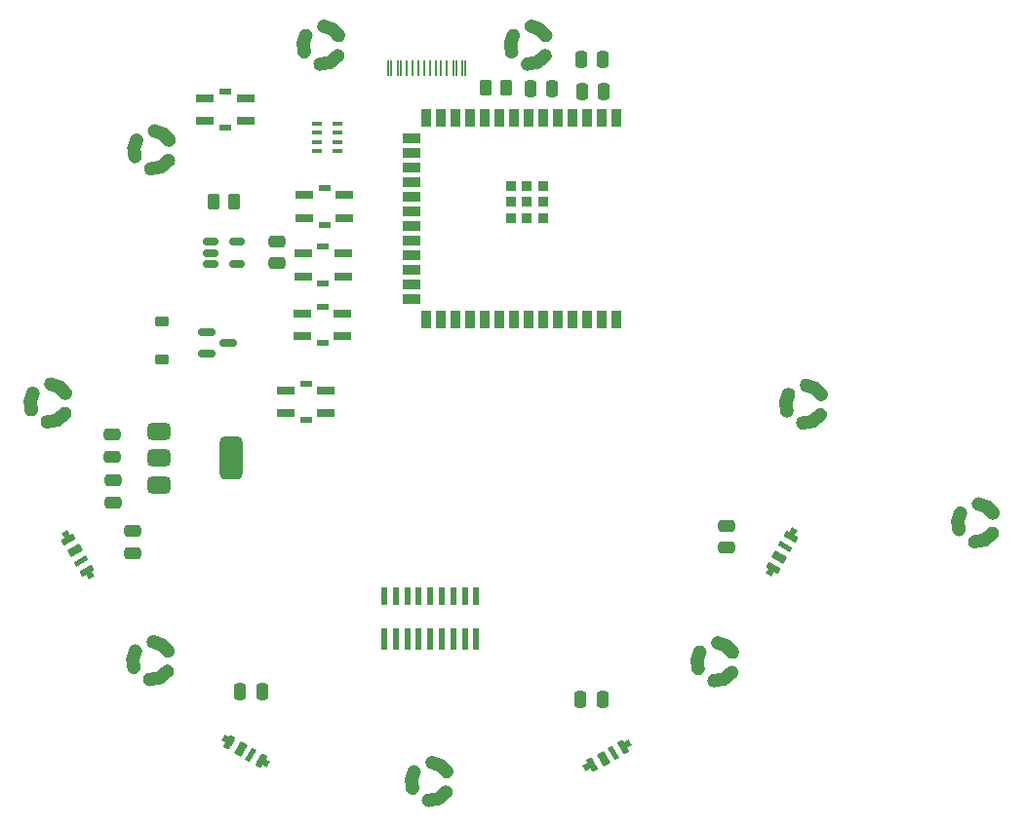
<source format=gbr>
%TF.GenerationSoftware,KiCad,Pcbnew,8.0.0*%
%TF.CreationDate,2024-05-31T15:26:32-05:00*%
%TF.ProjectId,GaussMouse,47617573-734d-46f7-9573-652e6b696361,rev?*%
%TF.SameCoordinates,Original*%
%TF.FileFunction,Paste,Top*%
%TF.FilePolarity,Positive*%
%FSLAX46Y46*%
G04 Gerber Fmt 4.6, Leading zero omitted, Abs format (unit mm)*
G04 Created by KiCad (PCBNEW 8.0.0) date 2024-05-31 15:26:32*
%MOMM*%
%LPD*%
G01*
G04 APERTURE LIST*
G04 Aperture macros list*
%AMRoundRect*
0 Rectangle with rounded corners*
0 $1 Rounding radius*
0 $2 $3 $4 $5 $6 $7 $8 $9 X,Y pos of 4 corners*
0 Add a 4 corners polygon primitive as box body*
4,1,4,$2,$3,$4,$5,$6,$7,$8,$9,$2,$3,0*
0 Add four circle primitives for the rounded corners*
1,1,$1+$1,$2,$3*
1,1,$1+$1,$4,$5*
1,1,$1+$1,$6,$7*
1,1,$1+$1,$8,$9*
0 Add four rect primitives between the rounded corners*
20,1,$1+$1,$2,$3,$4,$5,0*
20,1,$1+$1,$4,$5,$6,$7,0*
20,1,$1+$1,$6,$7,$8,$9,0*
20,1,$1+$1,$8,$9,$2,$3,0*%
%AMRotRect*
0 Rectangle, with rotation*
0 The origin of the aperture is its center*
0 $1 length*
0 $2 width*
0 $3 Rotation angle, in degrees counterclockwise*
0 Add horizontal line*
21,1,$1,$2,0,0,$3*%
G04 Aperture macros list end*
%ADD10C,1.200000*%
%ADD11R,1.000000X0.500000*%
%ADD12R,1.500000X0.800000*%
%ADD13RotRect,1.000000X0.550000X30.000000*%
%ADD14RotRect,0.550000X1.200000X30.000000*%
%ADD15RotRect,0.700000X1.200000X30.000000*%
%ADD16RotRect,0.450000X1.200000X30.000000*%
%ADD17RoundRect,0.250000X-0.250000X-0.475000X0.250000X-0.475000X0.250000X0.475000X-0.250000X0.475000X0*%
%ADD18RotRect,1.000000X0.550000X300.000000*%
%ADD19RotRect,0.550000X1.200000X300.000000*%
%ADD20RotRect,0.700000X1.200000X300.000000*%
%ADD21RotRect,0.450000X1.200000X300.000000*%
%ADD22RoundRect,0.375000X-0.625000X-0.375000X0.625000X-0.375000X0.625000X0.375000X-0.625000X0.375000X0*%
%ADD23RoundRect,0.500000X-0.500000X-1.400000X0.500000X-1.400000X0.500000X1.400000X-0.500000X1.400000X0*%
%ADD24RotRect,1.000000X0.550000X330.000000*%
%ADD25RotRect,0.550000X1.200000X330.000000*%
%ADD26RotRect,0.700000X1.200000X330.000000*%
%ADD27RotRect,0.450000X1.200000X330.000000*%
%ADD28RoundRect,0.250000X-0.262500X-0.450000X0.262500X-0.450000X0.262500X0.450000X-0.262500X0.450000X0*%
%ADD29RoundRect,0.250000X0.250000X0.475000X-0.250000X0.475000X-0.250000X-0.475000X0.250000X-0.475000X0*%
%ADD30RoundRect,0.150000X-0.587500X-0.150000X0.587500X-0.150000X0.587500X0.150000X-0.587500X0.150000X0*%
%ADD31R,0.250000X1.400000*%
%ADD32RoundRect,0.225000X0.375000X-0.225000X0.375000X0.225000X-0.375000X0.225000X-0.375000X-0.225000X0*%
%ADD33RoundRect,0.250000X0.475000X-0.250000X0.475000X0.250000X-0.475000X0.250000X-0.475000X-0.250000X0*%
%ADD34R,0.900000X0.400000*%
%ADD35RoundRect,0.150000X-0.512500X-0.150000X0.512500X-0.150000X0.512500X0.150000X-0.512500X0.150000X0*%
%ADD36RoundRect,0.250000X0.262500X0.450000X-0.262500X0.450000X-0.262500X-0.450000X0.262500X-0.450000X0*%
%ADD37R,0.600000X1.650000*%
%ADD38R,0.600000X1.850000*%
%ADD39RotRect,1.000000X0.550000X60.000000*%
%ADD40RotRect,0.550000X1.200000X60.000000*%
%ADD41RotRect,0.700000X1.200000X60.000000*%
%ADD42RotRect,0.450000X1.200000X60.000000*%
%ADD43R,0.900000X0.900000*%
%ADD44R,0.900000X1.500000*%
%ADD45R,1.500000X0.900000*%
%ADD46RoundRect,0.250000X-0.475000X0.250000X-0.475000X-0.250000X0.475000X-0.250000X0.475000X0.250000X0*%
G04 APERTURE END LIST*
D10*
%TO.C,H6*%
X55760000Y-69880000D02*
G75*
G02*
X55893673Y-68462214I1539997J569999D01*
G01*
X57460000Y-67657004D02*
G75*
G02*
X58724941Y-68457042I-160001J-1652996D01*
G01*
X58661219Y-70220815D02*
G75*
G02*
X57140000Y-70940000I-1361221J910819D01*
G01*
%TO.C,H9*%
X127285000Y-102295000D02*
G75*
G02*
X127418673Y-100877214I1539997J569999D01*
G01*
X128985000Y-100072004D02*
G75*
G02*
X130249941Y-100872042I-160001J-1652996D01*
G01*
X130186219Y-102635815D02*
G75*
G02*
X128665000Y-103355000I-1361221J910819D01*
G01*
%TO.C,H8*%
X70460000Y-60780000D02*
G75*
G02*
X70593673Y-59362214I1539997J569999D01*
G01*
X72160000Y-58557004D02*
G75*
G02*
X73424941Y-59357042I-160001J-1652996D01*
G01*
X73361219Y-61120815D02*
G75*
G02*
X71840000Y-61840000I-1361221J910819D01*
G01*
%TO.C,H7*%
X46760000Y-91880000D02*
G75*
G02*
X46893673Y-90462214I1539997J569999D01*
G01*
X48460000Y-89657004D02*
G75*
G02*
X49724941Y-90457042I-160001J-1652996D01*
G01*
X49661219Y-92220815D02*
G75*
G02*
X48140000Y-92940000I-1361221J910819D01*
G01*
%TO.C,H1*%
X112360000Y-91980000D02*
G75*
G02*
X112493673Y-90562214I1539997J569999D01*
G01*
X114060000Y-89757004D02*
G75*
G02*
X115324941Y-90557042I-160001J-1652996D01*
G01*
X115261219Y-92320815D02*
G75*
G02*
X113740000Y-93040000I-1361221J910819D01*
G01*
%TO.C,H5*%
X88460000Y-60780000D02*
G75*
G02*
X88593673Y-59362214I1539997J569999D01*
G01*
X90160000Y-58557004D02*
G75*
G02*
X91424941Y-59357042I-160001J-1652996D01*
G01*
X91361219Y-61120815D02*
G75*
G02*
X89840000Y-61840000I-1361221J910819D01*
G01*
%TO.C,H4*%
X79860000Y-124780000D02*
G75*
G02*
X79993673Y-123362214I1539997J569999D01*
G01*
X81560000Y-122557004D02*
G75*
G02*
X82824941Y-123357042I-160001J-1652996D01*
G01*
X82761219Y-125120815D02*
G75*
G02*
X81240000Y-125840000I-1361221J910819D01*
G01*
%TO.C,H3*%
X104660000Y-114380000D02*
G75*
G02*
X104793673Y-112962214I1539997J569999D01*
G01*
X106360000Y-112157004D02*
G75*
G02*
X107624941Y-112957042I-160001J-1652996D01*
G01*
X107561219Y-114720815D02*
G75*
G02*
X106040000Y-115440000I-1361221J910819D01*
G01*
%TO.C,H2*%
X55660000Y-114280000D02*
G75*
G02*
X55793673Y-112862214I1539997J569999D01*
G01*
X57360000Y-112057004D02*
G75*
G02*
X58624941Y-112857042I-160001J-1652996D01*
G01*
X58561219Y-114620815D02*
G75*
G02*
X57040000Y-115340000I-1361221J910819D01*
G01*
%TD*%
D11*
%TO.C,SW5*%
X72200000Y-72600000D03*
X72200000Y-75800000D03*
D12*
X70450000Y-73200000D03*
X73950000Y-73200000D03*
X70450000Y-75200000D03*
X73950000Y-75200000D03*
%TD*%
D11*
%TO.C,SW4*%
X72100000Y-77700000D03*
X72100000Y-80900000D03*
D12*
X70350000Y-78300000D03*
X73850000Y-78300000D03*
X70350000Y-80300000D03*
X73850000Y-80300000D03*
%TD*%
D11*
%TO.C,SW3*%
X72050000Y-82900000D03*
X72050000Y-86100000D03*
D12*
X70300000Y-83500000D03*
X73800000Y-83500000D03*
X70300000Y-85500000D03*
X73800000Y-85500000D03*
%TD*%
D11*
%TO.C,SW2*%
X70600000Y-89600000D03*
X70600000Y-92800000D03*
D12*
X68850000Y-90200000D03*
X72350000Y-90200000D03*
X68850000Y-92200000D03*
X72350000Y-92200000D03*
%TD*%
D11*
%TO.C,SW1*%
X63600000Y-64200000D03*
X63600000Y-67400000D03*
D12*
X61850000Y-64800000D03*
X65350000Y-64800000D03*
X61850000Y-66800000D03*
X65350000Y-66800000D03*
%TD*%
D13*
%TO.C,D2*%
X95205690Y-122822548D03*
D14*
X95438046Y-122775000D03*
D15*
X96412324Y-122212500D03*
D16*
X97300000Y-121700000D03*
D14*
X98166026Y-121200000D03*
D13*
X98328381Y-121031208D03*
%TD*%
D17*
%TO.C,C6*%
X94500000Y-61400000D03*
X96400000Y-61400000D03*
%TD*%
%TO.C,C5*%
X94550000Y-64200000D03*
X96450000Y-64200000D03*
%TD*%
D18*
%TO.C,D4*%
X49923612Y-102935256D03*
D19*
X49971161Y-103167612D03*
D20*
X50533660Y-104141892D03*
D21*
X51046160Y-105029567D03*
D19*
X51546160Y-105895593D03*
D18*
X51714952Y-106057949D03*
%TD*%
D22*
%TO.C,U3*%
X57850000Y-93800000D03*
X57850000Y-96100000D03*
D23*
X64150000Y-96100000D03*
D22*
X57850000Y-98400000D03*
%TD*%
D24*
%TO.C,D3*%
X63814664Y-120647548D03*
D25*
X63972020Y-120825000D03*
D26*
X64946298Y-121387500D03*
D27*
X65833974Y-121900000D03*
D25*
X66700000Y-122400000D03*
D24*
X66927355Y-122456208D03*
%TD*%
D28*
%TO.C,R2*%
X62575000Y-73800000D03*
X64400000Y-73800000D03*
%TD*%
D29*
%TO.C,C10*%
X66800000Y-116400000D03*
X64900000Y-116400000D03*
%TD*%
D30*
%TO.C,Q1*%
X62000000Y-85100000D03*
X62000000Y-87000000D03*
X63875000Y-86050000D03*
%TD*%
D31*
%TO.C,J1*%
X84425000Y-62187500D03*
X83625000Y-62187500D03*
X82350000Y-62187500D03*
X81350000Y-62187500D03*
X80850000Y-62187500D03*
X82850000Y-62187500D03*
X78575000Y-62187500D03*
X77775000Y-62187500D03*
X78025000Y-62187500D03*
X78825000Y-62187500D03*
X79350000Y-62187500D03*
X80350000Y-62187500D03*
X81850000Y-62187500D03*
X79850000Y-62187500D03*
X83375000Y-62187500D03*
X84175000Y-62187500D03*
%TD*%
D32*
%TO.C,D9*%
X58077500Y-87527500D03*
X58077500Y-84227500D03*
%TD*%
D33*
%TO.C,C11*%
X55550000Y-104350000D03*
X55550000Y-102450000D03*
%TD*%
D34*
%TO.C,RN1*%
X71600000Y-67000000D03*
X71600000Y-67800000D03*
X71600000Y-68600000D03*
X71600000Y-69400000D03*
X73300000Y-69400000D03*
X73300000Y-68600000D03*
X73300000Y-67800000D03*
X73300000Y-67000000D03*
%TD*%
D35*
%TO.C,U1*%
X62300000Y-77300000D03*
X62300000Y-78250000D03*
X62300000Y-79200000D03*
X64575000Y-79200000D03*
X64575000Y-77300000D03*
%TD*%
D36*
%TO.C,R1*%
X88000000Y-63900000D03*
X86175000Y-63900000D03*
%TD*%
D37*
%TO.C,J2*%
X85399969Y-108057298D03*
D38*
X85399969Y-111807298D03*
D37*
X84399968Y-108057298D03*
D38*
X84399968Y-111807298D03*
D37*
X83399968Y-108057298D03*
D38*
X83399968Y-111807298D03*
D37*
X82399968Y-108057298D03*
D38*
X82399968Y-111807298D03*
D37*
X81399984Y-108057298D03*
D38*
X81399984Y-111807298D03*
D37*
X80399968Y-108057298D03*
D38*
X80399968Y-111807298D03*
D37*
X79399968Y-108057298D03*
D38*
X79399968Y-111807298D03*
D37*
X78399968Y-108057298D03*
D38*
X78399968Y-111807298D03*
D37*
X77399968Y-108057298D03*
D38*
X77399968Y-111807298D03*
%TD*%
D39*
%TO.C,D1*%
X110976388Y-105789743D03*
D40*
X111153840Y-105632387D03*
D41*
X111716340Y-104658109D03*
D42*
X112228840Y-103770433D03*
D40*
X112728840Y-102904407D03*
D39*
X112785048Y-102677052D03*
%TD*%
D43*
%TO.C,U2*%
X91200000Y-72400000D03*
X89800000Y-72400000D03*
X88400000Y-72400000D03*
X91200000Y-73800000D03*
X89800000Y-73800000D03*
X88400000Y-73800000D03*
X91200000Y-75200000D03*
X89800000Y-75200000D03*
X88400000Y-75200000D03*
D44*
X97520000Y-66550000D03*
X96250000Y-66550000D03*
X94980000Y-66550000D03*
X93710000Y-66550000D03*
X92440000Y-66550000D03*
X91170000Y-66550000D03*
X89900000Y-66550000D03*
X88630000Y-66550000D03*
X87360000Y-66550000D03*
X86090000Y-66550000D03*
X84820000Y-66550000D03*
X83550000Y-66550000D03*
X82280000Y-66550000D03*
X81010000Y-66550000D03*
D45*
X79760000Y-68315000D03*
X79760000Y-69585000D03*
X79760000Y-70855000D03*
X79760000Y-72125000D03*
X79760000Y-73395000D03*
X79760000Y-74665000D03*
X79760000Y-75935000D03*
X79760000Y-77205000D03*
X79760000Y-78475000D03*
X79760000Y-79745000D03*
X79760000Y-81015000D03*
X79760000Y-82285000D03*
D44*
X81010000Y-84050000D03*
X82280000Y-84050000D03*
X83550000Y-84050000D03*
X84820000Y-84050000D03*
X86090000Y-84050000D03*
X87360000Y-84050000D03*
X88630000Y-84050000D03*
X89900000Y-84050000D03*
X91170000Y-84050000D03*
X92440000Y-84050000D03*
X93710000Y-84050000D03*
X94980000Y-84050000D03*
X96250000Y-84050000D03*
X97520000Y-84050000D03*
%TD*%
D33*
%TO.C,C2*%
X53850000Y-99950000D03*
X53850000Y-98050000D03*
%TD*%
D46*
%TO.C,C8*%
X107100000Y-101950000D03*
X107100000Y-103850000D03*
%TD*%
D17*
%TO.C,C7*%
X90100000Y-64000000D03*
X92000000Y-64000000D03*
%TD*%
D29*
%TO.C,C9*%
X96350000Y-117100000D03*
X94450000Y-117100000D03*
%TD*%
D33*
%TO.C,C1*%
X53800000Y-95950000D03*
X53800000Y-94050000D03*
%TD*%
D46*
%TO.C,C16*%
X68050000Y-77250000D03*
X68050000Y-79150000D03*
%TD*%
M02*

</source>
